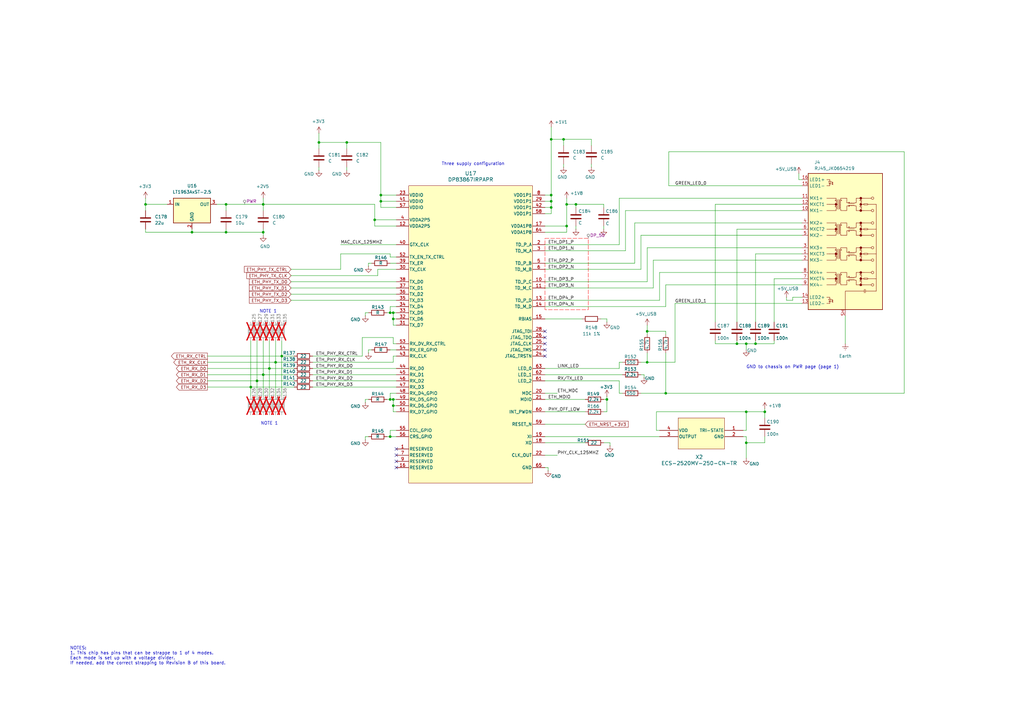
<source format=kicad_sch>
(kicad_sch (version 20250114) (generator "eeschema") (generator_version "9.0")
  (paper "A3")
  (title_block (title "GIGABIT ETHERNET") (date "2025-10-06") (rev "A") (company "GHM"))
  (lib_symbols
    (symbol "Connector:RJ45_JK0654219"
      (property "Reference" "J" (at -15.24 29.21 0))
      (property "Value" "RJ45_JK0654219" (at 10.16 29.21 0))
      (symbol "RJ45_JK0654219_1_1"
        (pin passive line (at -17.78 25.4 0) (length 2.54) (name "LED1+") (number "16"))
        (pin passive line (at -17.78 22.86 0) (length 2.54) (name "LED1-") (number "15"))
        (pin passive line (at -17.78 17.78 0) (length 2.54) (name "MX1+") (number "11"))
        (pin passive line (at -17.78 15.24 0) (length 2.54) (name "MXCT1") (number "12"))
        (pin passive line (at -17.78 12.7 0) (length 2.54) (name "MX1-") (number "10"))
        (pin passive line (at -17.78 7.62 0) (length 2.54) (name "MX2+") (number "4"))
        (pin passive line (at -17.78 5.08 0) (length 2.54) (name "MXCT2") (number "6"))
        (pin passive line (at -17.78 2.54 0) (length 2.54) (name "MX2-") (number "5"))
        (pin passive line (at -17.78 -2.54 0) (length 2.54) (name "MX3+") (number "3"))
        (pin passive line (at -17.78 -5.08 0) (length 2.54) (name "MXCT3") (number "1"))
        (pin passive line (at -17.78 -7.62 0) (length 2.54) (name "MX3-") (number "2"))
        (pin passive line (at -17.78 -12.7 0) (length 2.54) (name "MX4+") (number "8"))
        (pin passive line (at -17.78 -15.24 0) (length 2.54) (name "MXCT4") (number "7"))
        (pin passive line (at -17.78 -17.78 0) (length 2.54) (name "MX4-") (number "9"))
        (pin passive line (at -17.78 -22.86 0) (length 2.54) (name "LED2+") (number "14"))
        (pin passive line (at -17.78 -25.4 0) (length 2.54) (name "LED2-") (number "13"))
        (pin passive line (at 0 -30.48 90) (length 2.54) (name "~") (number "SH"))
      )
    )
    (symbol "Device:C" (pin_numbers (hide yes)) (pin_names (offset 0.254))
      (property "Reference" "C" (at 0.635 2.54 0))
      (property "Value" "C" (at 0.635 -2.54 0))
      (symbol "C_1_1"
        (pin passive line (at 0 3.81 270) (length 2.794) (name "~") (number "1"))
        (pin passive line (at 0 -3.81 90) (length 2.794) (name "~") (number "2"))
      )
    )
    (symbol "Device:R" (pin_numbers (hide yes)) (pin_names (offset 0))
      (property "Reference" "R" (at 2.032 0 90))
      (property "Value" "R" (at 0 0 90))
      (symbol "R_1_1"
        (pin passive line (at 0 3.81 270) (length 1.27) (name "~") (number "1"))
        (pin passive line (at 0 -3.81 90) (length 1.27) (name "~") (number "2"))
      )
    )
    (symbol "Regulator_Linear:LT1963AxST-2.5"
      (property "Reference" "U" (at -7.62 6.35 0))
      (property "Value" "LT1963AxST-2.5" (at -1.27 6.35 0))
      (symbol "LT1963AxST-2.5_1_1"
        (pin power_in line (at -10.16 2.54 0) (length 2.54) (name "IN") (number "1"))
        (pin power_in line (at 0 -7.62 90) (length 2.54) (name "GND") (number "2"))
        (pin power_out line (at 10.16 2.54 180) (length 2.54) (name "OUT") (number "3"))
      )
    )
    (symbol "power:Earth" (power) (pin_numbers (hide yes)) (pin_names (offset 0) (hide yes))
      (property "Value" "Earth" (at 0 -3.81 0))
      (symbol "Earth_1_1"
        (pin power_in line (at 0 0 270) (length 0) (name "~") (number "1"))
      )
    )
    (symbol "power:GND" (power) (pin_numbers (hide yes)) (pin_names (offset 0) (hide yes))
      (property "Value" "GND" (at 0 -3.81 0))
      (symbol "GND_1_1"
        (pin power_in line (at 0 0 270) (length 0) (name "~") (number "1"))
      )
    )
    (symbol "power:VCC" (power) (pin_numbers (hide yes)) (pin_names (offset 0) (hide yes))
      (property "Value" "VCC" (at 0 3.556 0))
      (symbol "VCC_1_1"
        (pin power_in line (at 0 0 90) (length 0) (name "~") (number "1"))
      )
    )
    (symbol "symbols:DP83867IRPAPR" (pin_names (offset 0.254))
      (property "Reference" "U" (at 0 2.54 0))
      (property "Value" "DP83867IRPAPR" (at 0 0 0))
      (symbol "DP83867IRPAPR_0_1"
        (pin power_in line (at -30.48 55.88 0) (length 5.08) (name "VDDIO") (number "23"))
        (pin power_in line (at -30.48 53.34 0) (length 5.08) (name "VDDIO") (number "41"))
        (pin power_in line (at -30.48 50.8 0) (length 5.08) (name "VDDIO") (number "57"))
        (pin power_in line (at -30.48 45.72 0) (length 5.08) (name "VDDA2P5") (number "4"))
        (pin power_in line (at -30.48 43.18 0) (length 5.08) (name "VDDA2P5") (number "12"))
        (pin input line (at -30.48 35.56 0) (length 5.08) (name "GTX_CLK") (number "40"))
        (pin bidirectional line (at -30.48 30.48 0) (length 5.08) (name "TX_EN_TX_CTRL") (number "52"))
        (pin input line (at -30.48 27.94 0) (length 5.08) (name "TX_ER") (number "39"))
        (pin output line (at -30.48 25.4 0) (length 5.08) (name "TX_CLK") (number "30"))
        (pin input line (at -30.48 20.32 0) (length 5.08) (name "TX_D0") (number "38"))
        (pin input line (at -30.48 17.78 0) (length 5.08) (name "TX_D1") (number "37"))
        (pin input line (at -30.48 15.24 0) (length 5.08) (name "TX_D2") (number "36"))
        (pin input line (at -30.48 12.7 0) (length 5.08) (name "TX_D3") (number "35"))
        (pin input line (at -30.48 10.16 0) (length 5.08) (name "TX_D4") (number "34"))
        (pin input line (at -30.48 7.62 0) (length 5.08) (name "TX_D5") (number "33"))
        (pin input line (at -30.48 5.08 0) (length 5.08) (name "TX_D6") (number "32"))
        (pin input line (at -30.48 2.54 0) (length 5.08) (name "TX_D7") (number "31"))
        (pin bidirectional line (at -30.48 -5.08 0) (length 5.08) (name "RX_DV_RX_CTRL") (number "53"))
        (pin bidirectional line (at -30.48 -7.62 0) (length 5.08) (name "RX_ER_GPIO") (number "54"))
        (pin output line (at -30.48 -10.16 0) (length 5.08) (name "RX_CLK") (number "43"))
        (pin output line (at -30.48 -15.24 0) (length 5.08) (name "RX_D0") (number "44"))
        (pin output line (at -30.48 -17.78 0) (length 5.08) (name "RX_D1") (number "45"))
        (pin output line (at -30.48 -20.32 0) (length 5.08) (name "RX_D2") (number "46"))
        (pin output line (at -30.48 -22.86 0) (length 5.08) (name "RX_D3") (number "47"))
        (pin bidirectional line (at -30.48 -25.4 0) (length 5.08) (name "RX_D4_GPIO") (number "48"))
        (pin bidirectional line (at -30.48 -27.94 0) (length 5.08) (name "RX_D5_GPIO") (number "49"))
        (pin bidirectional line (at -30.48 -30.48 0) (length 5.08) (name "RX_D6_GPIO") (number "50"))
        (pin bidirectional line (at -30.48 -33.02 0) (length 5.08) (name "RX_D7_GPIO") (number "51"))
        (pin output line (at -30.48 -40.64 0) (length 5.08) (name "COL_GPIO") (number "55"))
        (pin bidirectional line (at -30.48 -43.18 0) (length 5.08) (name "CRS_GPIO") (number "56"))
        (pin unspecified line (at -30.48 -48.26 0) (length 5.08) (name "RESERVED") (number "1"))
        (pin unspecified line (at -30.48 -50.8 0) (length 5.08) (name "RESERVED") (number "7"))
        (pin unspecified line (at -30.48 -53.34 0) (length 5.08) (name "RESERVED") (number "9"))
        (pin unspecified line (at -30.48 -55.88 0) (length 5.08) (name "RESERVED") (number "16"))
        (pin power_in line (at 30.48 55.88 180) (length 5.08) (name "VDD1P1") (number "8"))
        (pin power_in line (at 30.48 53.34 180) (length 5.08) (name "VDD1P1") (number "29"))
        (pin power_in line (at 30.48 50.8 180) (length 5.08) (name "VDD1P1") (number "42"))
        (pin power_in line (at 30.48 48.26 180) (length 5.08) (name "VDD1P1") (number "58"))
        (pin power_in line (at 30.48 43.18 180) (length 5.08) (name "VDDA1P8") (number "17"))
        (pin power_in line (at 30.48 40.64 180) (length 5.08) (name "VDDA1P8") (number "64"))
        (pin bidirectional line (at 30.48 35.56 180) (length 5.08) (name "TD_P_A") (number "2"))
        (pin bidirectional line (at 30.48 33.02 180) (length 5.08) (name "TD_M_A") (number "3"))
        (pin bidirectional line (at 30.48 27.94 180) (length 5.08) (name "TD_P_B") (number "5"))
        (pin bidirectional line (at 30.48 25.4 180) (length 5.08) (name "TD_M_B") (number "6"))
        (pin bidirectional line (at 30.48 20.32 180) (length 5.08) (name "TD_P_C") (number "10"))
        (pin bidirectional line (at 30.48 17.78 180) (length 5.08) (name "TD_M_C") (number "11"))
        (pin bidirectional line (at 30.48 12.7 180) (length 5.08) (name "TD_P_D") (number "13"))
        (pin bidirectional line (at 30.48 10.16 180) (length 5.08) (name "TD_M_D") (number "14"))
        (pin unspecified line (at 30.48 5.08 180) (length 5.08) (name "RBIAS") (number "15"))
        (pin input line (at 30.48 0 180) (length 5.08) (name "JTAG_TDI") (number "28"))
        (pin output line (at 30.48 -2.54 180) (length 5.08) (name "JTAG_TDO") (number "26"))
        (pin input line (at 30.48 -5.08 180) (length 5.08) (name "JTAG_CLK") (number "25"))
        (pin input line (at 30.48 -7.62 180) (length 5.08) (name "JTAG_TMS") (number "27"))
        (pin input line (at 30.48 -10.16 180) (length 5.08) (name "JTAG_TRSTN") (number "24"))
        (pin bidirectional line (at 30.48 -15.24 180) (length 5.08) (name "LED_0") (number "63"))
        (pin bidirectional line (at 30.48 -17.78 180) (length 5.08) (name "LED_1") (number "62"))
        (pin bidirectional line (at 30.48 -20.32 180) (length 5.08) (name "LED_2") (number "61"))
        (pin input line (at 30.48 -25.4 180) (length 5.08) (name "MDC") (number "20"))
        (pin bidirectional line (at 30.48 -27.94 180) (length 5.08) (name "MDIO") (number "21"))
        (pin bidirectional line (at 30.48 -33.02 180) (length 5.08) (name "INT_PWDN") (number "60"))
        (pin input line (at 30.48 -38.1 180) (length 5.08) (name "RESET_N") (number "59"))
        (pin unspecified line (at 30.48 -43.18 180) (length 5.08) (name "XI") (number "19"))
        (pin unspecified line (at 30.48 -45.72 180) (length 5.08) (name "XO") (number "18"))
        (pin output line (at 30.48 -50.8 180) (length 5.08) (name "CLK_OUT") (number "22"))
        (pin power_in line (at 30.48 -55.88 180) (length 5.08) (name "GND") (number "65"))
      )
    )
    (symbol "symbols:ECS-2520MV-250-CN-TR" (pin_names (offset 0.254))
      (property "Reference" "X" (at 27.94 10.16 0))
      (property "Value" "ECS-2520MV-250-CN-TR" (at 27.94 7.62 0))
      (symbol "ECS-2520MV-250-CN-TR_0_1"
        (pin tri_state line (at 0 0 0) (length 7.62) (name "TRI-STATE") (number "1"))
        (pin power_out line (at 0 -2.54 0) (length 7.62) (name "GND") (number "2"))
        (pin power_in line (at 34.29 0 180) (length 7.62) (name "VDD") (number "4"))
        (pin output line (at 34.29 -2.54 180) (length 7.62) (name "OUTPUT") (number "3"))
      )
    )
  )
  (text "NOTES:\n1. This chip has pins that can be strappe to 1 of 4 modes.\nEach mode is set up with a voltage divider.\nIf needed, add the correct strapping to Revision B of this board." (at 28.702 268.986 0) (effects (font (size 1.27 1.27)) (justify left)))
  (text "NOTE 1" (at 110.49 173.736 0) (effects (font (size 1.27 1.27))))
  (text "NOTE 1" (at 109.982 127.762 0) (effects (font (size 1.27 1.27))))
  (text "Three supply configuration" (at 181.102 66.548 0) (effects (font (size 1.27 1.27)) (justify left top)))
  (text "GND to chassis on PWR page (page 1)" (at 306.07 149.86 0) (effects (font (size 1.27 1.27)) (justify left top)))
  (junction (at 160.02 179.07))
  (junction (at 302.26 140.97))
  (junction (at 105.41 156.21))
  (junction (at 142.24 58.42))
  (junction (at 115.57 146.05))
  (junction (at 160.02 163.83))
  (junction (at 107.95 153.67))
  (junction (at 153.67 90.17))
  (junction (at 306.07 168.91))
  (junction (at 161.29 130.81))
  (junction (at 130.81 58.42))
  (junction (at 226.06 82.55))
  (junction (at 226.06 85.09))
  (junction (at 236.22 83.82))
  (junction (at 265.43 148.59))
  (junction (at 113.03 148.59))
  (junction (at 102.87 158.75))
  (junction (at 232.41 83.82))
  (junction (at 226.06 80.01))
  (junction (at 107.95 83.82))
  (junction (at 313.69 168.91))
  (junction (at 306.07 140.97))
  (junction (at 226.06 57.15))
  (junction (at 156.21 80.01))
  (junction (at 248.92 163.83))
  (junction (at 110.49 151.13))
  (junction (at 156.21 82.55))
  (junction (at 161.29 128.27))
  (junction (at 92.71 95.25))
  (junction (at 273.05 161.29))
  (junction (at 232.41 92.71))
  (junction (at 59.69 83.82))
  (junction (at 306.07 181.61))
  (junction (at 92.71 83.82))
  (junction (at 160.02 128.27))
  (junction (at 231.14 57.15))
  (junction (at 161.29 163.83))
  (junction (at 78.74 95.25))
  (junction (at 309.88 140.97))
  (junction (at 161.29 166.37))
  (junction (at 107.95 95.25))
  (junction (at 265.43 135.89))
  (no_connect (at 162.56 186.69))
  (no_connect (at 223.52 143.51))
  (no_connect (at 223.52 135.89))
  (no_connect (at 223.52 146.05))
  (no_connect (at 162.56 184.15))
  (no_connect (at 162.56 191.77))
  (no_connect (at 223.52 140.97))
  (no_connect (at 223.52 138.43))
  (no_connect (at 162.56 189.23))
  (wire (pts (xy 309.88 104.14) (xy 328.93 104.14)))
  (wire (pts (xy 107.95 153.67) (xy 120.65 153.67)))
  (wire (pts (xy 269.24 176.53) (xy 270.51 176.53)))
  (wire (pts (xy 119.38 110.49) (xy 139.7 110.49)))
  (wire (pts (xy 149.86 165.1) (xy 149.86 163.83)))
  (wire (pts (xy 302.26 93.98) (xy 328.93 93.98)))
  (wire (pts (xy 306.07 179.07) (xy 306.07 181.61)))
  (wire (pts (xy 223.52 82.55) (xy 226.06 82.55)))
  (wire (pts (xy 85.09 151.13) (xy 110.49 151.13)))
  (wire (pts (xy 85.09 158.75) (xy 102.87 158.75)))
  (wire (pts (xy 317.5 132.08) (xy 317.5 114.3)))
  (wire (pts (xy 265.43 135.89) (xy 265.43 137.16)))
  (wire (pts (xy 107.95 93.98) (xy 107.95 95.25)))
  (wire (pts (xy 148.59 138.43) (xy 161.29 138.43)))
  (wire (pts (xy 161.29 148.59) (xy 161.29 146.05)))
  (wire (pts (xy 247.65 163.83) (xy 248.92 163.83)))
  (wire (pts (xy 156.21 82.55) (xy 162.56 82.55)))
  (wire (pts (xy 160.02 176.53) (xy 160.02 179.07)))
  (wire (pts (xy 156.21 80.01) (xy 162.56 80.01)))
  (wire (pts (xy 270.51 123.19) (xy 270.51 111.76)))
  (wire (pts (xy 153.67 92.71) (xy 162.56 92.71)))
  (wire (pts (xy 223.52 156.21) (xy 254 156.21)))
  (wire (pts (xy 107.95 139.7) (xy 107.95 153.67)))
  (wire (pts (xy 232.41 83.82) (xy 236.22 83.82)))
  (wire (pts (xy 151.13 143.51) (xy 152.4 143.51)))
  (wire (pts (xy 273.05 144.78) (xy 273.05 161.29)))
  (wire (pts (xy 317.5 114.3) (xy 328.93 114.3)))
  (wire (pts (xy 160.02 161.29) (xy 160.02 163.83)))
  (wire (pts (xy 107.95 81.28) (xy 107.95 83.82)))
  (wire (pts (xy 162.56 105.41) (xy 160.02 105.41)))
  (wire (pts (xy 148.59 138.43) (xy 148.59 146.05)))
  (wire (pts (xy 153.67 90.17) (xy 153.67 92.71)))
  (wire (pts (xy 242.57 59.69) (xy 242.57 57.15)))
  (wire (pts (xy 151.13 144.78) (xy 151.13 143.51)))
  (wire (pts (xy 78.74 93.98) (xy 78.74 95.25)))
  (wire (pts (xy 265.43 115.57) (xy 265.43 101.6)))
  (wire (pts (xy 306.07 176.53) (xy 306.07 168.91)))
  (wire (pts (xy 248.92 163.83) (xy 248.92 162.56)))
  (wire (pts (xy 273.05 137.16) (xy 273.05 135.89)))
  (wire (pts (xy 246.38 130.81) (xy 248.92 130.81)))
  (wire (pts (xy 160.02 104.14) (xy 139.7 104.14)))
  (wire (pts (xy 162.56 130.81) (xy 161.29 130.81)))
  (wire (pts (xy 262.89 148.59) (xy 265.43 148.59)))
  (wire (pts (xy 276.86 148.59) (xy 276.86 124.46)))
  (wire (pts (xy 265.43 133.35) (xy 265.43 135.89)))
  (wire (pts (xy 247.65 92.71) (xy 247.65 93.98)))
  (wire (pts (xy 327.66 73.66) (xy 328.93 73.66)))
  (wire (pts (xy 105.41 156.21) (xy 105.41 162.56)))
  (wire (pts (xy 306.07 168.91) (xy 269.24 168.91)))
  (wire (pts (xy 130.81 54.61) (xy 130.81 58.42)))
  (wire (pts (xy 158.75 179.07) (xy 160.02 179.07)))
  (wire (pts (xy 223.52 87.63) (xy 226.06 87.63)))
  (wire (pts (xy 107.95 95.25) (xy 107.95 96.52)))
  (wire (pts (xy 85.09 156.21) (xy 105.41 156.21)))
  (wire (pts (xy 226.06 85.09) (xy 226.06 82.55)))
  (wire (pts (xy 128.27 148.59) (xy 161.29 148.59)))
  (wire (pts (xy 274.32 76.2) (xy 328.93 76.2)))
  (wire (pts (xy 85.09 146.05) (xy 115.57 146.05)))
  (wire (pts (xy 254 161.29) (xy 254 156.21)))
  (wire (pts (xy 158.75 163.83) (xy 160.02 163.83)))
  (wire (pts (xy 267.97 106.68) (xy 328.93 106.68)))
  (wire (pts (xy 226.06 82.55) (xy 226.06 80.01)))
  (wire (pts (xy 162.56 140.97) (xy 161.29 140.97)))
  (wire (pts (xy 128.27 158.75) (xy 162.56 158.75)))
  (wire (pts (xy 306.07 179.07) (xy 304.8 179.07)))
  (wire (pts (xy 119.38 120.65) (xy 162.56 120.65)))
  (wire (pts (xy 309.88 132.08) (xy 309.88 104.14)))
  (wire (pts (xy 92.71 95.25) (xy 107.95 95.25)))
  (wire (pts (xy 88.9 83.82) (xy 92.71 83.82)))
  (wire (pts (xy 247.65 83.82) (xy 236.22 83.82)))
  (wire (pts (xy 265.43 144.78) (xy 265.43 148.59)))
  (wire (pts (xy 262.89 161.29) (xy 273.05 161.29)))
  (wire (pts (xy 161.29 130.81) (xy 161.29 128.27)))
  (wire (pts (xy 105.41 139.7) (xy 105.41 156.21)))
  (wire (pts (xy 223.52 107.95) (xy 260.35 107.95)))
  (wire (pts (xy 248.92 168.91) (xy 248.92 163.83)))
  (wire (pts (xy 113.03 148.59) (xy 113.03 162.56)))
  (wire (pts (xy 161.29 138.43) (xy 161.29 140.97)))
  (wire (pts (xy 247.65 181.61) (xy 250.19 181.61)))
  (wire (pts (xy 313.69 171.45) (xy 313.69 168.91)))
  (wire (pts (xy 232.41 83.82) (xy 232.41 81.28)))
  (wire (pts (xy 162.56 146.05) (xy 161.29 146.05)))
  (wire (pts (xy 231.14 57.15) (xy 231.14 59.69)))
  (wire (pts (xy 161.29 133.35) (xy 161.29 130.81)))
  (wire (pts (xy 242.57 57.15) (xy 231.14 57.15)))
  (wire (pts (xy 149.86 128.27) (xy 151.13 128.27)))
  (wire (pts (xy 247.65 168.91) (xy 248.92 168.91)))
  (wire (pts (xy 223.52 85.09) (xy 226.06 85.09)))
  (wire (pts (xy 260.35 107.95) (xy 260.35 91.44)))
  (wire (pts (xy 302.26 140.97) (xy 293.37 140.97)))
  (wire (pts (xy 223.52 130.81) (xy 238.76 130.81)))
  (wire (pts (xy 102.87 158.75) (xy 102.87 162.56)))
  (wire (pts (xy 226.06 57.15) (xy 226.06 80.01)))
  (wire (pts (xy 223.52 179.07) (xy 270.51 179.07)))
  (wire (pts (xy 162.56 176.53) (xy 160.02 176.53)))
  (wire (pts (xy 151.13 109.22) (xy 151.13 107.95)))
  (wire (pts (xy 154.94 110.49) (xy 154.94 113.03)))
  (wire (pts (xy 160.02 163.83) (xy 161.29 163.83)))
  (wire (pts (xy 223.52 102.87) (xy 256.54 102.87)))
  (wire (pts (xy 274.32 62.23) (xy 370.84 62.23)))
  (wire (pts (xy 110.49 151.13) (xy 120.65 151.13)))
  (wire (pts (xy 161.29 166.37) (xy 161.29 163.83)))
  (wire (pts (xy 254 148.59) (xy 254 151.13)))
  (wire (pts (xy 302.26 140.97) (xy 302.26 139.7)))
  (wire (pts (xy 325.12 123.19) (xy 325.12 121.92)))
  (wire (pts (xy 223.52 123.19) (xy 270.51 123.19)))
  (wire (pts (xy 262.89 153.67) (xy 264.16 153.67)))
  (wire (pts (xy 113.03 148.59) (xy 120.65 148.59)))
  (wire (pts (xy 313.69 181.61) (xy 306.07 181.61)))
  (wire (pts (xy 160.02 143.51) (xy 162.56 143.51)))
  (wire (pts (xy 236.22 92.71) (xy 236.22 93.98)))
  (wire (pts (xy 223.52 95.25) (xy 232.41 95.25)))
  (wire (pts (xy 226.06 57.15) (xy 231.14 57.15)))
  (wire (pts (xy 115.57 139.7) (xy 115.57 146.05)))
  (wire (pts (xy 161.29 128.27) (xy 162.56 128.27)))
  (wire (pts (xy 149.86 179.07) (xy 151.13 179.07)))
  (wire (pts (xy 226.06 87.63) (xy 226.06 85.09)))
  (wire (pts (xy 160.02 128.27) (xy 161.29 128.27)))
  (wire (pts (xy 232.41 95.25) (xy 232.41 92.71)))
  (wire (pts (xy 158.75 128.27) (xy 160.02 128.27)))
  (wire (pts (xy 223.52 110.49) (xy 262.89 110.49)))
  (wire (pts (xy 322.58 123.19) (xy 325.12 123.19)))
  (wire (pts (xy 223.52 173.99) (xy 240.03 173.99)))
  (wire (pts (xy 247.65 85.09) (xy 247.65 83.82)))
  (wire (pts (xy 302.26 132.08) (xy 302.26 93.98)))
  (wire (pts (xy 270.51 111.76) (xy 328.93 111.76)))
  (wire (pts (xy 223.52 168.91) (xy 240.03 168.91)))
  (wire (pts (xy 273.05 116.84) (xy 328.93 116.84)))
  (wire (pts (xy 160.02 105.41) (xy 160.02 104.14)))
  (wire (pts (xy 92.71 83.82) (xy 107.95 83.82)))
  (wire (pts (xy 153.67 90.17) (xy 162.56 90.17)))
  (wire (pts (xy 223.52 118.11) (xy 267.97 118.11)))
  (wire (pts (xy 156.21 85.09) (xy 162.56 85.09)))
  (wire (pts (xy 273.05 125.73) (xy 273.05 116.84)))
  (wire (pts (xy 119.38 115.57) (xy 162.56 115.57)))
  (wire (pts (xy 107.95 153.67) (xy 107.95 162.56)))
  (wire (pts (xy 306.07 140.97) (xy 302.26 140.97)))
  (wire (pts (xy 142.24 68.58) (xy 142.24 69.85)))
  (wire (pts (xy 293.37 140.97) (xy 293.37 139.7)))
  (wire (pts (xy 306.07 140.97) (xy 309.88 140.97)))
  (wire (pts (xy 224.79 191.77) (xy 224.79 193.04)))
  (wire (pts (xy 162.56 166.37) (xy 161.29 166.37)))
  (wire (pts (xy 105.41 156.21) (xy 120.65 156.21)))
  (wire (pts (xy 162.56 161.29) (xy 160.02 161.29)))
  (wire (pts (xy 113.03 139.7) (xy 113.03 148.59)))
  (wire (pts (xy 59.69 93.98) (xy 59.69 95.25)))
  (wire (pts (xy 162.56 133.35) (xy 161.29 133.35)))
  (wire (pts (xy 250.19 181.61) (xy 250.19 182.88)))
  (wire (pts (xy 139.7 100.33) (xy 162.56 100.33)))
  (wire (pts (xy 262.89 110.49) (xy 262.89 96.52)))
  (wire (pts (xy 269.24 168.91) (xy 269.24 176.53)))
  (wire (pts (xy 276.86 124.46) (xy 328.93 124.46)))
  (wire (pts (xy 161.29 168.91) (xy 161.29 166.37)))
  (wire (pts (xy 142.24 58.42) (xy 156.21 58.42)))
  (wire (pts (xy 149.86 129.54) (xy 149.86 128.27)))
  (wire (pts (xy 78.74 95.25) (xy 92.71 95.25)))
  (wire (pts (xy 317.5 140.97) (xy 317.5 139.7)))
  (wire (pts (xy 119.38 113.03) (xy 154.94 113.03)))
  (wire (pts (xy 223.52 181.61) (xy 240.03 181.61)))
  (wire (pts (xy 304.8 176.53) (xy 306.07 176.53)))
  (wire (pts (xy 148.59 146.05) (xy 128.27 146.05)))
  (wire (pts (xy 256.54 102.87) (xy 256.54 86.36)))
  (wire (pts (xy 328.93 83.82) (xy 293.37 83.82)))
  (wire (pts (xy 267.97 118.11) (xy 267.97 106.68)))
  (wire (pts (xy 59.69 95.25) (xy 78.74 95.25)))
  (wire (pts (xy 110.49 139.7) (xy 110.49 151.13)))
  (wire (pts (xy 226.06 52.07) (xy 226.06 57.15)))
  (wire (pts (xy 156.21 80.01) (xy 156.21 82.55)))
  (wire (pts (xy 223.52 125.73) (xy 273.05 125.73)))
  (wire (pts (xy 128.27 156.21) (xy 162.56 156.21)))
  (wire (pts (xy 160.02 125.73) (xy 160.02 128.27)))
  (wire (pts (xy 293.37 83.82) (xy 293.37 132.08)))
  (wire (pts (xy 102.87 158.75) (xy 120.65 158.75)))
  (wire (pts (xy 162.56 110.49) (xy 154.94 110.49)))
  (wire (pts (xy 264.16 153.67) (xy 264.16 154.94)))
  (wire (pts (xy 327.66 73.66) (xy 327.66 71.12)))
  (wire (pts (xy 370.84 62.23) (xy 370.84 161.29)))
  (wire (pts (xy 119.38 118.11) (xy 162.56 118.11)))
  (wire (pts (xy 85.09 153.67) (xy 107.95 153.67)))
  (wire (pts (xy 255.27 148.59) (xy 254 148.59)))
  (wire (pts (xy 160.02 107.95) (xy 162.56 107.95)))
  (wire (pts (xy 128.27 151.13) (xy 162.56 151.13)))
  (wire (pts (xy 85.09 148.59) (xy 113.03 148.59)))
  (wire (pts (xy 107.95 83.82) (xy 153.67 83.82)))
  (wire (pts (xy 149.86 180.34) (xy 149.86 179.07)))
  (wire (pts (xy 265.43 101.6) (xy 328.93 101.6)))
  (wire (pts (xy 149.86 163.83) (xy 151.13 163.83)))
  (wire (pts (xy 142.24 60.96) (xy 142.24 58.42)))
  (wire (pts (xy 313.69 168.91) (xy 306.07 168.91)))
  (wire (pts (xy 242.57 67.31) (xy 242.57 68.58)))
  (wire (pts (xy 325.12 121.92) (xy 328.93 121.92)))
  (wire (pts (xy 223.52 115.57) (xy 265.43 115.57)))
  (wire (pts (xy 119.38 123.19) (xy 162.56 123.19)))
  (wire (pts (xy 162.56 125.73) (xy 160.02 125.73)))
  (wire (pts (xy 313.69 167.64) (xy 313.69 168.91)))
  (wire (pts (xy 115.57 146.05) (xy 120.65 146.05)))
  (wire (pts (xy 274.32 76.2) (xy 274.32 62.23)))
  (wire (pts (xy 139.7 104.14) (xy 139.7 110.49)))
  (wire (pts (xy 142.24 58.42) (xy 130.81 58.42)))
  (wire (pts (xy 231.14 67.31) (xy 231.14 68.58)))
  (wire (pts (xy 223.52 191.77) (xy 224.79 191.77)))
  (wire (pts (xy 223.52 92.71) (xy 232.41 92.71)))
  (wire (pts (xy 110.49 151.13) (xy 110.49 162.56)))
  (wire (pts (xy 236.22 83.82) (xy 236.22 85.09)))
  (wire (pts (xy 59.69 83.82) (xy 68.58 83.82)))
  (wire (pts (xy 223.52 161.29) (xy 228.6 161.29)))
  (wire (pts (xy 162.56 168.91) (xy 161.29 168.91)))
  (wire (pts (xy 254 100.33) (xy 254 81.28)))
  (wire (pts (xy 346.71 129.54) (xy 346.71 140.97)))
  (wire (pts (xy 273.05 135.89) (xy 265.43 135.89)))
  (wire (pts (xy 309.88 140.97) (xy 317.5 140.97)))
  (wire (pts (xy 92.71 93.98) (xy 92.71 95.25)))
  (wire (pts (xy 160.02 179.07) (xy 162.56 179.07)))
  (wire (pts (xy 156.21 58.42) (xy 156.21 80.01)))
  (wire (pts (xy 260.35 91.44) (xy 328.93 91.44)))
  (wire (pts (xy 130.81 58.42) (xy 130.81 60.96)))
  (wire (pts (xy 128.27 153.67) (xy 162.56 153.67)))
  (wire (pts (xy 256.54 86.36) (xy 328.93 86.36)))
  (wire (pts (xy 322.58 123.19) (xy 322.58 121.92)))
  (wire (pts (xy 115.57 146.05) (xy 115.57 162.56)))
  (wire (pts (xy 102.87 139.7) (xy 102.87 158.75)))
  (wire (pts (xy 223.52 153.67) (xy 255.27 153.67)))
  (wire (pts (xy 254 81.28) (xy 328.93 81.28)))
  (wire (pts (xy 255.27 161.29) (xy 254 161.29)))
  (wire (pts (xy 232.41 92.71) (xy 232.41 83.82)))
  (wire (pts (xy 223.52 186.69) (xy 228.6 186.69)))
  (wire (pts (xy 262.89 96.52) (xy 328.93 96.52)))
  (wire (pts (xy 265.43 148.59) (xy 276.86 148.59)))
  (wire (pts (xy 107.95 83.82) (xy 107.95 86.36)))
  (wire (pts (xy 59.69 83.82) (xy 59.69 86.36)))
  (wire (pts (xy 223.52 163.83) (xy 240.03 163.83)))
  (wire (pts (xy 306.07 181.61) (xy 306.07 187.96)))
  (wire (pts (xy 153.67 83.82) (xy 153.67 90.17)))
  (wire (pts (xy 151.13 107.95) (xy 152.4 107.95)))
  (wire (pts (xy 309.88 140.97) (xy 309.88 139.7)))
  (wire (pts (xy 59.69 81.28) (xy 59.69 83.82)))
  (wire (pts (xy 273.05 161.29) (xy 370.84 161.29)))
  (wire (pts (xy 248.92 132.08) (xy 248.92 130.81)))
  (wire (pts (xy 161.29 163.83) (xy 162.56 163.83)))
  (wire (pts (xy 223.52 80.01) (xy 226.06 80.01)))
  (wire (pts (xy 223.52 151.13) (xy 254 151.13)))
  (wire (pts (xy 306.07 140.97) (xy 306.07 143.51)))
  (wire (pts (xy 313.69 179.07) (xy 313.69 181.61)))
  (wire (pts (xy 223.52 100.33) (xy 254 100.33)))
  (wire (pts (xy 156.21 82.55) (xy 156.21 85.09)))
  (wire (pts (xy 92.71 83.82) (xy 92.71 86.36)))
  (wire (pts (xy 130.81 68.58) (xy 130.81 69.85)))
  (label "PHY_OFF_LOW" (at 224.79 168.91 0))
  (label "ETH_DP4_N" (at 224.79 125.73 0))
  (label "ETH_DP1_P" (at 224.79 100.33 0))
  (label "ETH_PHY_RX_D1" (at 129.54 153.67 0))
  (label "ETH_DP1_N" (at 224.79 102.87 0))
  (label "ETH_DP3_N" (at 224.79 118.11 0))
  (label "PHY_CLK_125MHZ" (at 228.6 186.69 0))
  (label "ETH_DP3_P" (at 224.79 115.57 0))
  (label "ETH_PHY_RX_CLK" (at 129.54 148.59 0))
  (label "RX{slash}TX_LED" (at 228.6 156.21 0))
  (label "ETH_MDC" (at 228.6 161.29 0))
  (label "ETH_DP4_P" (at 224.79 123.19 0))
  (label "ETH_DP2_N" (at 224.79 110.49 0))
  (label "MAC_CLK_125MHZ" (at 139.7 100.33 0))
  (label "ETH_PHY_RX_D3" (at 129.54 158.75 0))
  (label "ETH_MDIO" (at 224.79 163.83 0))
  (label "GREEN_LED_1" (at 276.86 124.46 0))
  (label "ETH_DP2_P" (at 224.79 107.95 0))
  (label "GREEN_LED_0" (at 276.86 76.2 0))
  (label "LINK_LED" (at 228.6 151.13 0))
  (label "ETH_PHY_RX_D0" (at 129.54 151.13 0))
  (label "ETH_PHY_RX_D2" (at 129.54 156.21 0))
  (label "ETH_PHY_RX_CTRL" (at 129.54 146.05 0))
  (global_label "ETH_PHY_TX_CTRL" (shape input) (at 119.38 110.49 180) (property "Intersheetrefs" "${INTERSHEET_REFS}" (effects (hide yes))))
  (global_label "ETH_RX_CTRL" (shape output) (at 85.09 146.05 180) (property "Intersheetrefs" "${INTERSHEET_REFS}" (effects (hide yes))))
  (global_label "ETH_RX_D1" (shape output) (at 85.09 153.67 180) (property "Intersheetrefs" "${INTERSHEET_REFS}" (effects (hide yes))))
  (global_label "ETH_PHY_TX_D1" (shape input) (at 119.38 118.11 180) (property "Intersheetrefs" "${INTERSHEET_REFS}" (effects (hide yes))))
  (global_label "ETH_NRST_+3V3" (shape input) (at 240.03 173.99 0) (property "Intersheetrefs" "${INTERSHEET_REFS}" (effects (hide yes))))
  (global_label "ETH_PHY_TX_D0" (shape input) (at 119.38 115.57 180) (property "Intersheetrefs" "${INTERSHEET_REFS}" (effects (hide yes))))
  (global_label "ETH_RX_CLK" (shape output) (at 85.09 148.59 180) (property "Intersheetrefs" "${INTERSHEET_REFS}" (effects (hide yes))))
  (global_label "ETH_PHY_TX_D2" (shape input) (at 119.38 120.65 180) (property "Intersheetrefs" "${INTERSHEET_REFS}" (effects (hide yes))))
  (global_label "ETH_PHY_TX_D3" (shape input) (at 119.38 123.19 180) (property "Intersheetrefs" "${INTERSHEET_REFS}" (effects (hide yes))))
  (global_label "ETH_RX_D2" (shape output) (at 85.09 156.21 180) (property "Intersheetrefs" "${INTERSHEET_REFS}" (effects (hide yes))))
  (global_label "ETH_RX_D0" (shape output) (at 85.09 151.13 180) (property "Intersheetrefs" "${INTERSHEET_REFS}" (effects (hide yes))))
  (global_label "ETH_RX_D3" (shape output) (at 85.09 158.75 180) (property "Intersheetrefs" "${INTERSHEET_REFS}" (effects (hide yes))))
  (global_label "ETH_PHY_TX_CLK" (shape input) (at 119.38 113.03 180) (property "Intersheetrefs" "${INTERSHEET_REFS}" (effects (hide yes))))
  (rule_area (polyline (pts (xy 223.52 97.79) (xy 241.3 97.79) (xy 241.3 127) (xy 223.52 127)) (stroke (width 0) (type dash))))
  (netclass_flag "" (length 1.27) (shape round) (at 241.3 97.79 0) (property "Netclass" "DP_50" (at 241.9985 96.52 0) (effects (justify left))))
  (netclass_flag "" (length 1.27) (shape round) (at 100.33 83.82 0) (property "Netclass" "PWR" (at 101.0285 82.55 0) (effects (justify left))))
  (symbol (lib_id "Device:R") (at 110.49 135.89 180) (unit 1) (in_bom no) (on_board no) (dnp yes)
    (property "Reference" "R131" (at 111.76 131.064 90))
    (property "Value" "22" (at 110.49 135.89 90))
    (property "Footprint" "Resistor_SMD:R_0402_1005Metric_Pad0.72x0.64mm_HandSolder" (effects (hide yes)))
    (property "Description" "Resistor" (effects (hide yes)))
  )
  (symbol (lib_id "Device:C") (at 313.69 175.26 0) (unit 1)
    (property "Reference" "C190" (at 314.452 172.974 0) (effects (justify left)))
    (property "Value" "100n" (at 314.452 178.054 0) (effects (justify left)))
    (property "Footprint" "Capacitor_SMD:C_0201_0603Metric" (effects (hide yes)))
    (property "Description" "Unpolarized capacitor" (effects (hide yes)))
  )
  (symbol (lib_id "power:GND") (at 247.65 93.98 0) (unit 1)
    (property "Reference" "#PWR0200" (effects (hide yes)))
    (property "Value" "GND" (effects (hide yes)))
    (property "Description" "Power symbol creates a global label with name \"GND\" , ground" (effects (hide yes)))
  )
  (symbol (lib_id "Device:R") (at 115.57 166.37 180) (unit 1) (in_bom no) (on_board no) (dnp yes)
    (property "Reference" "R136" (at 116.84 161.544 90))
    (property "Value" "22" (at 115.57 166.37 90))
    (property "Footprint" "Resistor_SMD:R_0402_1005Metric_Pad0.72x0.64mm_HandSolder" (effects (hide yes)))
    (property "Description" "Resistor" (effects (hide yes)))
  )
  (symbol (lib_id "power:GND") (at 231.14 68.58 0) (unit 1)
    (property "Reference" "#PWR0196" (effects (hide yes)))
    (property "Value" "GND" (at 230.632 72.644 0))
    (property "Description" "Power symbol creates a global label with name \"GND\" , ground" (effects (hide yes)))
  )
  (symbol (lib_id "Device:R") (at 107.95 135.89 180) (unit 1) (in_bom no) (on_board no) (dnp yes)
    (property "Reference" "R129" (at 109.22 131.064 90))
    (property "Value" "22" (at 107.95 135.89 90))
    (property "Footprint" "Resistor_SMD:R_0402_1005Metric_Pad0.72x0.64mm_HandSolder" (effects (hide yes)))
    (property "Description" "Resistor" (effects (hide yes)))
  )
  (symbol (lib_id "Device:R") (at 242.57 130.81 90) (unit 1)
    (property "Reference" "R148" (at 242.57 134.366 90))
    (property "Value" "11k 1%" (at 242.57 136.906 90))
    (property "Footprint" "Resistor_SMD:R_0402_1005Metric_Pad0.72x0.64mm_HandSolder" (effects (hide yes)))
    (property "Description" "Resistor" (effects (hide yes)))
  )
  (symbol (lib_id "power:VCC") (at 248.92 162.56 0) (unit 1)
    (property "Reference" "#PWR0202" (effects (hide yes)))
    (property "Value" "+3V3" (at 248.666 158.75 0))
    (property "Description" "Power symbol creates a global label with name \"VCC\"" (effects (hide yes)))
  )
  (symbol (lib_id "Device:C") (at 231.14 63.5 0) (unit 1)
    (property "Reference" "C183" (at 234.95 62.2299 0) (effects (justify left)))
    (property "Value" "C" (at 234.95 64.7699 0) (effects (justify left)))
    (property "Footprint" "Capacitor_SMD:C_0201_0603Metric" (effects (hide yes)))
    (property "Description" "Unpolarized capacitor" (effects (hide yes)))
  )
  (symbol (lib_id "Device:C") (at 92.71 90.17 0) (unit 1)
    (property "Reference" "C179" (at 96.52 88.8999 0) (effects (justify left)))
    (property "Value" "10u" (at 96.52 91.4399 0) (effects (justify left)))
    (property "Footprint" "Capacitor_SMD:C_0201_0603Metric" (effects (hide yes)))
    (property "Description" "Unpolarized capacitor" (effects (hide yes)))
  )
  (symbol (lib_id "Device:C") (at 309.88 135.89 0) (unit 1)
    (property "Reference" "C189" (at 310.642 133.604 0) (effects (justify left)))
    (property "Value" "100n" (at 310.642 138.684 0) (effects (justify left)))
    (property "Footprint" "Capacitor_SMD:C_0201_0603Metric" (effects (hide yes)))
    (property "Description" "Unpolarized capacitor" (effects (hide yes)))
  )
  (symbol (lib_id "Device:R") (at 102.87 135.89 180) (unit 1) (in_bom no) (on_board no) (dnp yes)
    (property "Reference" "R125" (at 104.14 131.064 90))
    (property "Value" "22" (at 102.87 135.89 90))
    (property "Footprint" "Resistor_SMD:R_0402_1005Metric_Pad0.72x0.64mm_HandSolder" (effects (hide yes)))
    (property "Description" "Resistor" (effects (hide yes)))
  )
  (symbol (lib_id "Device:C") (at 247.65 88.9 0) (unit 1)
    (property "Reference" "C186" (at 248.412 86.614 0) (effects (justify left)))
    (property "Value" "C" (at 248.412 91.694 0) (effects (justify left)))
    (property "Footprint" "Capacitor_SMD:C_0201_0603Metric" (effects (hide yes)))
    (property "Description" "Unpolarized capacitor" (effects (hide yes)))
  )
  (symbol (lib_id "power:VCC") (at 322.58 121.92 0) (unit 1)
    (property "Reference" "#PWR0210" (effects (hide yes)))
    (property "Value" "+5V_USB" (at 323.088 118.364 0))
    (property "Description" "Power symbol creates a global label with name \"VCC\"" (effects (hide yes)))
  )
  (symbol (lib_id "power:GND") (at 149.86 129.54 0) (unit 1)
    (property "Reference" "#PWR0189" (effects (hide yes)))
    (property "Value" "GND" (at 145.796 131.064 0))
    (property "Description" "Power symbol creates a global label with name \"GND\" , ground" (effects (hide yes)))
  )
  (symbol (lib_id "Device:R") (at 113.03 166.37 180) (unit 1) (in_bom no) (on_board no) (dnp yes)
    (property "Reference" "R134" (at 114.3 161.544 90))
    (property "Value" "22" (at 113.03 166.37 90))
    (property "Footprint" "Resistor_SMD:R_0402_1005Metric_Pad0.72x0.64mm_HandSolder" (effects (hide yes)))
    (property "Description" "Resistor" (effects (hide yes)))
  )
  (symbol (lib_id "Device:R") (at 154.94 128.27 90) (unit 1)
    (property "Reference" "R143" (at 154.94 125.984 90))
    (property "Value" "R" (at 154.94 128.27 90))
    (property "Footprint" "Resistor_SMD:R_0402_1005Metric_Pad0.72x0.64mm_HandSolder" (effects (hide yes)))
    (property "Description" "Resistor" (effects (hide yes)))
  )
  (symbol (lib_id "Device:C") (at 59.69 90.17 0) (unit 1)
    (property "Reference" "C178" (at 63.5 88.8999 0) (effects (justify left)))
    (property "Value" "22u" (at 63.5 91.4399 0) (effects (justify left)))
    (property "Footprint" "Capacitor_SMD:C_0201_0603Metric" (effects (hide yes)))
    (property "Description" "Unpolarized capacitor" (effects (hide yes)))
  )
  (symbol (lib_id "power:GND") (at 130.81 69.85 0) (unit 1)
    (property "Reference" "#PWR0187" (effects (hide yes)))
    (property "Value" "GND" (at 126.746 71.374 0))
    (property "Description" "Power symbol creates a global label with name \"GND\" , ground" (effects (hide yes)))
  )
  (symbol (lib_id "Device:C") (at 107.95 90.17 0) (unit 1)
    (property "Reference" "C180" (at 111.76 88.8999 0) (effects (justify left)))
    (property "Value" "C" (at 111.76 91.4399 0) (effects (justify left)))
    (property "Footprint" "Capacitor_SMD:C_0201_0603Metric" (effects (hide yes)))
    (property "Description" "Unpolarized capacitor" (effects (hide yes)))
  )
  (symbol (lib_id "Device:R") (at 124.46 146.05 90) (unit 1)
    (property "Reference" "R137" (at 118.618 144.78 90))
    (property "Value" "22" (at 124.46 146.05 90))
    (property "Footprint" "Resistor_SMD:R_0402_1005Metric_Pad0.72x0.64mm_HandSolder" (effects (hide yes)))
    (property "Description" "Resistor" (effects (hide yes)))
  )
  (symbol (lib_id "power:GND") (at 149.86 180.34 0) (unit 1)
    (property "Reference" "#PWR0191" (effects (hide yes)))
    (property "Value" "GND" (at 145.796 181.864 0))
    (property "Description" "Power symbol creates a global label with name \"GND\" , ground" (effects (hide yes)))
  )
  (symbol (lib_id "power:GND") (at 142.24 69.85 0) (unit 1)
    (property "Reference" "#PWR0188" (effects (hide yes)))
    (property "Value" "GND" (at 138.176 71.374 0))
    (property "Description" "Power symbol creates a global label with name \"GND\" , ground" (effects (hide yes)))
  )
  (symbol (lib_id "Device:C") (at 242.57 63.5 0) (unit 1)
    (property "Reference" "C185" (at 246.38 62.2299 0) (effects (justify left)))
    (property "Value" "C" (at 246.38 64.7699 0) (effects (justify left)))
    (property "Footprint" "Capacitor_SMD:C_0201_0603Metric" (effects (hide yes)))
    (property "Description" "Unpolarized capacitor" (effects (hide yes)))
  )
  (symbol (lib_id "power:VCC") (at 107.95 81.28 0) (unit 1)
    (property "Reference" "#PWR0184" (effects (hide yes)))
    (property "Value" "+2V5" (at 107.696 76.454 0))
    (property "Description" "Power symbol creates a global label with name \"VCC\"" (effects (hide yes)))
  )
  (symbol (lib_id "Device:C") (at 317.5 135.89 0) (unit 1)
    (property "Reference" "C191" (at 318.262 133.604 0) (effects (justify left)))
    (property "Value" "100n" (at 318.262 138.684 0) (effects (justify left)))
    (property "Footprint" "Capacitor_SMD:C_0201_0603Metric" (effects (hide yes)))
    (property "Description" "Unpolarized capacitor" (effects (hide yes)))
  )
  (symbol (lib_id "Device:R") (at 259.08 153.67 90) (unit 1)
    (property "Reference" "R153" (at 258.572 151.384 90))
    (property "Value" "2.2k" (at 258.826 153.67 90))
    (property "Footprint" "Resistor_SMD:R_0402_1005Metric_Pad0.72x0.64mm_HandSolder" (effects (hide yes)))
    (property "Description" "Resistor" (effects (hide yes)))
  )
  (symbol (lib_id "power:VCC") (at 226.06 52.07 0) (unit 1)
    (property "Reference" "#PWR0195" (effects (hide yes)))
    (property "Value" "+1V1" (at 230.124 50.038 0))
    (property "Description" "Power symbol creates a global label with name \"VCC\"" (effects (hide yes)))
  )
  (symbol (lib_id "power:Earth") (at 346.71 140.97 0) (unit 1)
    (property "Reference" "#PWR0212" (effects (hide yes)))
    (property "Value" "Earth" (at 346.71 146.05 0))
    (property "Description" "Power symbol creates a global label with name \"Earth\"" (effects (hide yes)))
  )
  (symbol (lib_id "Device:R") (at 273.05 140.97 180) (unit 1)
    (property "Reference" "R156" (at 270.764 141.478 90))
    (property "Value" "4.7k" (at 273.05 141.224 90))
    (property "Footprint" "Resistor_SMD:R_0402_1005Metric_Pad0.72x0.64mm_HandSolder" (effects (hide yes)))
    (property "Description" "Resistor" (effects (hide yes)))
  )
  (symbol (lib_id "Device:R") (at 110.49 166.37 180) (unit 1) (in_bom no) (on_board no) (dnp yes)
    (property "Reference" "R132" (at 111.76 161.544 90))
    (property "Value" "22" (at 110.49 166.37 90))
    (property "Footprint" "Resistor_SMD:R_0402_1005Metric_Pad0.72x0.64mm_HandSolder" (effects (hide yes)))
    (property "Description" "Resistor" (effects (hide yes)))
  )
  (symbol (lib_id "power:VCC") (at 59.69 81.28 0) (unit 1)
    (property "Reference" "#PWR0183" (effects (hide yes)))
    (property "Value" "+3V3" (at 59.436 76.454 0))
    (property "Description" "Power symbol creates a global label with name \"VCC\"" (effects (hide yes)))
  )
  (symbol (lib_id "power:GND") (at 151.13 144.78 0) (unit 1)
    (property "Reference" "#PWR0193" (effects (hide yes)))
    (property "Value" "GND" (effects (hide yes)))
    (property "Description" "Power symbol creates a global label with name \"GND\" , ground" (effects (hide yes)))
  )
  (symbol (lib_id "power:GND") (at 224.79 193.04 0) (unit 1)
    (property "Reference" "#PWR0194" (effects (hide yes)))
    (property "Value" "GND" (at 228.092 195.326 0))
    (property "Description" "Power symbol creates a global label with name \"GND\" , ground" (effects (hide yes)))
  )
  (symbol (lib_id "Device:C") (at 293.37 135.89 0) (unit 1)
    (property "Reference" "C187" (at 294.132 133.604 0) (effects (justify left)))
    (property "Value" "100n" (at 294.132 138.684 0) (effects (justify left)))
    (property "Footprint" "Capacitor_SMD:C_0201_0603Metric" (effects (hide yes)))
    (property "Description" "Unpolarized capacitor" (effects (hide yes)))
  )
  (symbol (lib_id "Device:R") (at 124.46 148.59 90) (unit 1)
    (property "Reference" "R138" (at 118.618 147.32 90))
    (property "Value" "22" (at 124.46 148.59 90))
    (property "Footprint" "Resistor_SMD:R_0402_1005Metric_Pad0.72x0.64mm_HandSolder" (effects (hide yes)))
    (property "Description" "Resistor" (effects (hide yes)))
  )
  (symbol (lib_id "Regulator_Linear:LT1963AxST-2.5") (at 78.74 86.36 0) (unit 1)
    (property "Reference" "U16" (at 78.74 76.2 0))
    (property "Value" "LT1963AxST-2.5" (at 78.74 78.74 0))
    (property "Footprint" "Package_TO_SOT_SMD:SOT-223-3_TabPin2" (effects (hide yes)))
    (property "Datasheet" "https://www.analog.com/media/en/technical-documentation/data-sheets/1963aff.pdf" (effects (hide yes)))
    (property "Description" "2.5V, 1.5A, Low Noise, Fast Transient Response LDO Regulator, SOT-223" (effects (hide yes)))
  )
  (symbol (lib_id "Device:R") (at 102.87 166.37 180) (unit 1) (in_bom no) (on_board no) (dnp yes)
    (property "Reference" "R126" (at 104.14 161.544 90))
    (property "Value" "22" (at 102.87 166.37 90))
    (property "Footprint" "Resistor_SMD:R_0402_1005Metric_Pad0.72x0.64mm_HandSolder" (effects (hide yes)))
    (property "Description" "Resistor" (effects (hide yes)))
  )
  (symbol (lib_id "power:GND") (at 242.57 68.58 0) (unit 1)
    (property "Reference" "#PWR0199" (effects (hide yes)))
    (property "Value" "GND" (at 242.062 72.644 0))
    (property "Description" "Power symbol creates a global label with name \"GND\" , ground" (effects (hide yes)))
  )
  (symbol (lib_id "Device:R") (at 113.03 135.89 180) (unit 1) (in_bom no) (on_board no) (dnp yes)
    (property "Reference" "R133" (at 114.3 131.064 90))
    (property "Value" "22" (at 113.03 135.89 90))
    (property "Footprint" "Resistor_SMD:R_0402_1005Metric_Pad0.72x0.64mm_HandSolder" (effects (hide yes)))
    (property "Description" "Resistor" (effects (hide yes)))
  )
  (symbol (lib_id "power:VCC") (at 265.43 133.35 0) (unit 1)
    (property "Reference" "#PWR0206" (effects (hide yes)))
    (property "Value" "+5V_USB" (at 264.922 128.778 0))
    (property "Description" "Power symbol creates a global label with name \"VCC\"" (effects (hide yes)))
  )
  (symbol (lib_id "power:GND") (at 250.19 182.88 0) (unit 1)
    (property "Reference" "#PWR0204" (effects (hide yes)))
    (property "Value" "GND" (at 249.936 186.69 0))
    (property "Description" "Power symbol creates a global label with name \"GND\" , ground" (effects (hide yes)))
  )
  (symbol (lib_id "power:GND") (at 306.07 187.96 0) (unit 1)
    (property "Reference" "#PWR0208" (effects (hide yes)))
    (property "Value" "GND" (at 309.372 190.246 0))
    (property "Description" "Power symbol creates a global label with name \"GND\" , ground" (effects (hide yes)))
  )
  (symbol (lib_id "Connector:RJ45_JK0654219") (at 346.71 99.06 0) (unit 1)
    (property "Reference" "J4" (at 334.01 66.548 0) (effects (justify left)))
    (property "Value" "RJ45_JK0654219" (at 334.01 69.088 0) (effects (justify left)))
    (property "Footprint" "Connector_RJ:RJ45_Pulse_JK0654219NL_Horizontal" (effects (hide yes)))
    (property "Datasheet" "https://media.digikey.com/pdf/Data%20Sheets/Pulse%20PDFs/JK%20Series.pdf" (effects (hide yes)))
    (property "Description" "1 Port RJ45 Magjack Connector Through Hole 10/100/1000 Base-T, AutoMDIX" (effects (hide yes)))
  )
  (symbol (lib_id "Device:R") (at 259.08 161.29 90) (unit 1)
    (property "Reference" "R154" (at 258.572 159.004 90))
    (property "Value" "550" (at 258.826 161.29 90))
    (property "Footprint" "Resistor_SMD:R_0402_1005Metric_Pad0.72x0.64mm_HandSolder" (effects (hide yes)))
    (property "Description" "Resistor" (effects (hide yes)))
  )
  (symbol (lib_id "Device:R") (at 156.21 107.95 90) (unit 1)
    (property "Reference" "R146" (at 156.21 105.664 90))
    (property "Value" "R" (at 156.21 107.95 90))
    (property "Footprint" "Resistor_SMD:R_0402_1005Metric_Pad0.72x0.64mm_HandSolder" (effects (hide yes)))
    (property "Description" "Resistor" (effects (hide yes)))
  )
  (symbol (lib_id "power:VCC") (at 327.66 71.12 0) (unit 1)
    (property "Reference" "#PWR0211" (effects (hide yes)))
    (property "Value" "+5V_USB" (at 322.326 69.342 0))
    (property "Description" "Power symbol creates a global label with name \"VCC\"" (effects (hide yes)))
  )
  (symbol (lib_id "Device:R") (at 124.46 153.67 90) (unit 1)
    (property "Reference" "R140" (at 118.618 152.4 90))
    (property "Value" "22" (at 124.46 153.67 90))
    (property "Footprint" "Resistor_SMD:R_0402_1005Metric_Pad0.72x0.64mm_HandSolder" (effects (hide yes)))
    (property "Description" "Resistor" (effects (hide yes)))
  )
  (symbol (lib_id "Device:C") (at 236.22 88.9 0) (unit 1)
    (property "Reference" "C184" (at 237.236 86.614 0) (effects (justify left)))
    (property "Value" "C" (at 237.236 91.44 0) (effects (justify left)))
    (property "Footprint" "Capacitor_SMD:C_0201_0603Metric" (effects (hide yes)))
    (property "Description" "Unpolarized capacitor" (effects (hide yes)))
  )
  (symbol (lib_id "Device:R") (at 259.08 148.59 90) (unit 1)
    (property "Reference" "R152" (at 258.572 146.304 90))
    (property "Value" "550" (at 258.826 148.59 90))
    (property "Footprint" "Resistor_SMD:R_0402_1005Metric_Pad0.72x0.64mm_HandSolder" (effects (hide yes)))
    (property "Description" "Resistor" (effects (hide yes)))
  )
  (symbol (lib_id "power:GND") (at 306.07 143.51 0) (unit 1)
    (property "Reference" "#PWR0207" (effects (hide yes)))
    (property "Value" "GND" (at 308.356 143.764 0))
    (property "Description" "Power symbol creates a global label with name \"GND\" , ground" (effects (hide yes)))
  )
  (symbol (lib_id "symbols:ECS-2520MV-250-CN-TR") (at 304.8 176.53 0) (mirror y) (unit 1)
    (property "Reference" "X2" (at 286.766 187.452 0) (effects (font (size 1.524 1.524))))
    (property "Value" "ECS-2520MV-250-CN-TR" (at 286.766 189.992 0) (effects (font (size 1.524 1.524))))
    (property "Footprint" "esc250mhz:OSC_ECS-2520MV_ECS" (effects (hide yes)))
    (property "Datasheet" "ECS-2520MV-250-CN-TR" (effects (hide yes)))
  )
  (symbol (lib_id "Device:R") (at 124.46 151.13 90) (unit 1)
    (property "Reference" "R139" (at 118.618 149.86 90))
    (property "Value" "22" (at 124.46 151.13 90))
    (property "Footprint" "Resistor_SMD:R_0402_1005Metric_Pad0.72x0.64mm_HandSolder" (effects (hide yes)))
    (property "Description" "Resistor" (effects (hide yes)))
  )
  (symbol (lib_id "power:GND") (at 264.16 154.94 0) (unit 1)
    (property "Reference" "#PWR0205" (effects (hide yes)))
    (property "Value" "GND" (at 266.446 155.194 0))
    (property "Description" "Power symbol creates a global label with name \"GND\" , ground" (effects (hide yes)))
  )
  (symbol (lib_id "Device:C") (at 142.24 64.77 0) (unit 1)
    (property "Reference" "C182" (at 146.05 63.4999 0) (effects (justify left)))
    (property "Value" "C" (at 146.05 66.0399 0) (effects (justify left)))
    (property "Footprint" "Capacitor_SMD:C_0201_0603Metric" (effects (hide yes)))
    (property "Description" "Unpolarized capacitor" (effects (hide yes)))
  )
  (symbol (lib_id "Device:R") (at 107.95 166.37 180) (unit 1) (in_bom no) (on_board no) (dnp yes)
    (property "Reference" "R130" (at 109.22 161.544 90))
    (property "Value" "22" (at 107.95 166.37 90))
    (property "Footprint" "Resistor_SMD:R_0402_1005Metric_Pad0.72x0.64mm_HandSolder" (effects (hide yes)))
    (property "Description" "Resistor" (effects (hide yes)))
  )
  (symbol (lib_id "Device:R") (at 124.46 158.75 90) (unit 1)
    (property "Reference" "R142" (at 118.618 157.48 90))
    (property "Value" "22" (at 124.46 158.75 90))
    (property "Footprint" "Resistor_SMD:R_0402_1005Metric_Pad0.72x0.64mm_HandSolder" (effects (hide yes)))
    (property "Description" "Resistor" (effects (hide yes)))
  )
  (symbol (lib_id "Device:R") (at 154.94 179.07 90) (unit 1)
    (property "Reference" "R145" (at 154.94 176.784 90))
    (property "Value" "R" (at 154.94 179.07 90))
    (property "Footprint" "Resistor_SMD:R_0402_1005Metric_Pad0.72x0.64mm_HandSolder" (effects (hide yes)))
    (property "Description" "Resistor" (effects (hide yes)))
  )
  (symbol (lib_id "Device:R") (at 124.46 156.21 90) (unit 1)
    (property "Reference" "R141" (at 118.618 154.94 90))
    (property "Value" "22" (at 124.46 156.21 90))
    (property "Footprint" "Resistor_SMD:R_0402_1005Metric_Pad0.72x0.64mm_HandSolder" (effects (hide yes)))
    (property "Description" "Resistor" (effects (hide yes)))
  )
  (symbol (lib_id "Device:R") (at 154.94 163.83 90) (unit 1)
    (property "Reference" "R144" (at 154.94 161.544 90))
    (property "Value" "R" (at 154.94 163.83 90))
    (property "Footprint" "Resistor_SMD:R_0402_1005Metric_Pad0.72x0.64mm_HandSolder" (effects (hide yes)))
    (property "Description" "Resistor" (effects (hide yes)))
  )
  (symbol (lib_id "symbols:DP83867IRPAPR") (at 193.04 135.89 0) (unit 1)
    (property "Reference" "U17" (at 193.04 71.12 0) (effects (font (size 1.524 1.524))))
    (property "Value" "DP83867IRPAPR" (at 193.04 73.66 0) (effects (font (size 1.524 1.524))))
    (property "Footprint" "dp838:PAP0064M_L" (effects (hide yes)))
    (property "Datasheet" "https://www.ti.com/lit/gpn/dp83867ir" (effects (hide yes)))
  )
  (symbol (lib_id "power:GND") (at 149.86 165.1 0) (unit 1)
    (property "Reference" "#PWR0190" (effects (hide yes)))
    (property "Value" "GND" (at 145.796 166.624 0))
    (property "Description" "Power symbol creates a global label with name \"GND\" , ground" (effects (hide yes)))
  )
  (symbol (lib_id "Device:R") (at 156.21 143.51 90) (unit 1)
    (property "Reference" "R147" (at 156.21 141.224 90))
    (property "Value" "R" (at 156.21 143.51 90))
    (property "Footprint" "Resistor_SMD:R_0402_1005Metric_Pad0.72x0.64mm_HandSolder" (effects (hide yes)))
    (property "Description" "Resistor" (effects (hide yes)))
  )
  (symbol (lib_id "Device:R") (at 105.41 135.89 180) (unit 1) (in_bom no) (on_board no) (dnp yes)
    (property "Reference" "R127" (at 106.68 131.064 90))
    (property "Value" "22" (at 105.41 135.89 90))
    (property "Footprint" "Resistor_SMD:R_0402_1005Metric_Pad0.72x0.64mm_HandSolder" (effects (hide yes)))
    (property "Description" "Resistor" (effects (hide yes)))
  )
  (symbol (lib_id "power:GND") (at 107.95 96.52 0) (unit 1)
    (property "Reference" "#PWR0185" (effects (hide yes)))
    (property "Value" "GND" (at 108.712 101.092 0))
    (property "Description" "Power symbol creates a global label with name \"GND\" , ground" (effects (hide yes)))
  )
  (symbol (lib_id "Device:R") (at 243.84 181.61 90) (unit 1)
    (property "Reference" "R151" (at 239.268 180.594 90))
    (property "Value" "22" (at 243.586 181.61 90))
    (property "Footprint" "Resistor_SMD:R_0402_1005Metric_Pad0.72x0.64mm_HandSolder" (effects (hide yes)))
    (property "Description" "Resistor" (effects (hide yes)))
  )
  (symbol (lib_id "Device:R") (at 105.41 166.37 180) (unit 1) (in_bom no) (on_board no) (dnp yes)
    (property "Reference" "R128" (at 106.68 161.544 90))
    (property "Value" "22" (at 105.41 166.37 90))
    (property "Footprint" "Resistor_SMD:R_0402_1005Metric_Pad0.72x0.64mm_HandSolder" (effects (hide yes)))
    (property "Description" "Resistor" (effects (hide yes)))
  )
  (symbol (lib_id "power:GND") (at 236.22 93.98 0) (unit 1)
    (property "Reference" "#PWR0198" (effects (hide yes)))
    (property "Value" "GND" (effects (hide yes)))
    (property "Description" "Power symbol creates a global label with name \"GND\" , ground" (effects (hide yes)))
  )
  (symbol (lib_id "power:GND") (at 151.13 109.22 0) (unit 1)
    (property "Reference" "#PWR0192" (effects (hide yes)))
    (property "Value" "GND" (at 147.066 110.744 0))
    (property "Description" "Power symbol creates a global label with name \"GND\" , ground" (effects (hide yes)))
  )
  (symbol (lib_id "Device:C") (at 130.81 64.77 0) (unit 1)
    (property "Reference" "C181" (at 134.62 63.4999 0) (effects (justify left)))
    (property "Value" "C" (at 134.62 66.0399 0) (effects (justify left)))
    (property "Footprint" "Capacitor_SMD:C_0201_0603Metric" (effects (hide yes)))
    (property "Description" "Unpolarized capacitor" (effects (hide yes)))
  )
  (symbol (lib_id "power:GND") (at 248.92 132.08 0) (unit 1)
    (property "Reference" "#PWR0201" (effects (hide yes)))
    (property "Value" "GND" (at 252.222 134.366 0))
    (property "Description" "Power symbol creates a global label with name \"GND\" , ground" (effects (hide yes)))
  )
  (symbol (lib_id "power:VCC") (at 313.69 167.64 0) (unit 1)
    (property "Reference" "#PWR0209" (effects (hide yes)))
    (property "Value" "+1V8" (at 317.754 166.37 0))
    (property "Description" "Power symbol creates a global label with name \"VCC\"" (effects (hide yes)))
  )
  (symbol (lib_id "Device:R") (at 115.57 135.89 180) (unit 1) (in_bom no) (on_board no) (dnp yes)
    (property "Reference" "R135" (at 116.84 131.064 90))
    (property "Value" "22" (at 115.57 135.89 90))
    (property "Footprint" "Resistor_SMD:R_0402_1005Metric_Pad0.72x0.64mm_HandSolder" (effects (hide yes)))
    (property "Description" "Resistor" (effects (hide yes)))
  )
  (symbol (lib_id "power:VCC") (at 130.81 54.61 0) (unit 1)
    (property "Reference" "#PWR0186" (effects (hide yes)))
    (property "Value" "+3V3" (at 130.556 49.784 0))
    (property "Description" "Power symbol creates a global label with name \"VCC\"" (effects (hide yes)))
  )
  (symbol (lib_id "Device:R") (at 243.84 168.91 90) (unit 1)
    (property "Reference" "R166" (at 243.332 166.624 90))
    (property "Value" "2.2k" (at 243.586 168.91 90))
    (property "Footprint" "Resistor_SMD:R_0402_1005Metric_Pad0.72x0.64mm_HandSolder" (effects (hide yes)))
    (property "Description" "Resistor" (effects (hide yes)))
  )
  (symbol (lib_id "Device:C") (at 302.26 135.89 0) (unit 1)
    (property "Reference" "C188" (at 303.022 133.604 0) (effects (justify left)))
    (property "Value" "100n" (at 303.022 138.684 0) (effects (justify left)))
    (property "Footprint" "Capacitor_SMD:C_0201_0603Metric" (effects (hide yes)))
    (property "Description" "Unpolarized capacitor" (effects (hide yes)))
  )
  (symbol (lib_id "Device:R") (at 265.43 140.97 180) (unit 1)
    (property "Reference" "R155" (at 263.144 141.478 90))
    (property "Value" "4.7k" (at 265.43 141.224 90))
    (property "Footprint" "Resistor_SMD:R_0402_1005Metric_Pad0.72x0.64mm_HandSolder" (effects (hide yes)))
    (property "Description" "Resistor" (effects (hide yes)))
  )
  (symbol (lib_id "Device:R") (at 243.84 163.83 90) (unit 1)
    (property "Reference" "R149" (at 243.332 161.544 90))
    (property "Value" "2.2k" (at 243.586 163.83 90))
    (property "Footprint" "Resistor_SMD:R_0402_1005Metric_Pad0.72x0.64mm_HandSolder" (effects (hide yes)))
    (property "Description" "Resistor" (effects (hide yes)))
  )
  (symbol (lib_id "power:VCC") (at 232.41 81.28 0) (unit 1)
    (property "Reference" "#PWR0197" (effects (hide yes)))
    (property "Value" "+1V8" (at 236.474 79.248 0))
    (property "Description" "Power symbol creates a global label with name \"VCC\"" (effects (hide yes)))
  )
)
</source>
